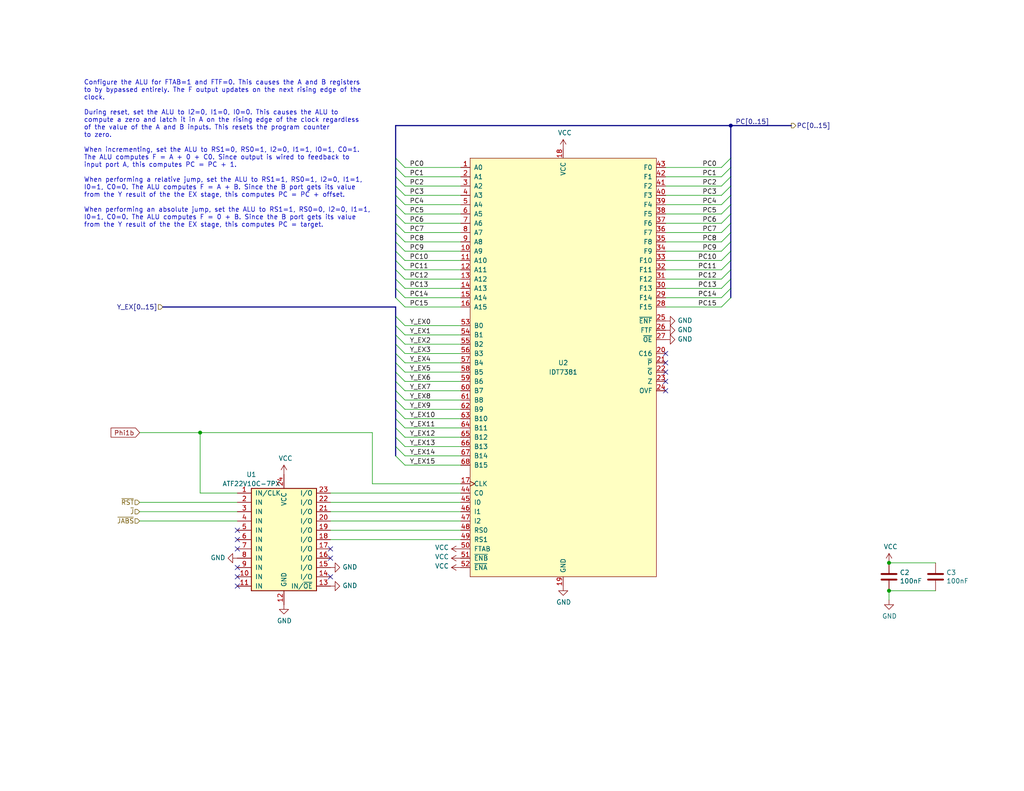
<source format=kicad_sch>
(kicad_sch (version 20230121) (generator eeschema)
  (paper "USLetter")
  (title_block (title "Program Counter") (date "2021-03-31") (rev "A (d86d9981)") (comment 3 "sixteen-bit offset, or else reset to zero.") (comment 4 "Sixteen-bit program counter will either increment on the clock, add a specified"))
  (lib_symbols
    (symbol "Device:C" (pin_numbers hide) (pin_names (offset 0.254))
      (property "Reference" "C" (at 0.635 2.54 0))
      (property "Value" "C" (at 0.635 -2.54 0))
      (symbol "C_0_1"
        (polyline (pts (xy -2.032 -0.762) (xy 2.032 -0.762)) (stroke (width 0.508)))
        (polyline (pts (xy -2.032 0.762) (xy 2.032 0.762)) (stroke (width 0.508)))
      )
      (symbol "C_1_1"
        (pin passive line (at 0 3.81 270) (length 2.794) (name "~") (number "1"))
        (pin passive line (at 0 -3.81 90) (length 2.794) (name "~") (number "2"))
      )
    )
    (symbol "ProgramCounterPrototype-rescue:ATF22V10C-Logic_Programmable" (pin_names (offset 1.016))
      (property "Reference" "U" (at -7.62 17.78 0))
      (property "Value" "ATF22V10C-Logic_Programmable" (at -7.62 15.24 0))
      (symbol "ATF22V10C-Logic_Programmable_1_1"
        (rectangle (start -8.89 -15.24) (end 8.89 12.7) (stroke (width 0.254)) (fill (type background)))
        (pin input line (at -12.7 11.43 0) (length 3.81) (name "IN/CLK") (number "1"))
        (pin input line (at -12.7 -11.43 0) (length 3.81) (name "IN") (number "10"))
        (pin input line (at -12.7 -13.97 0) (length 3.81) (name "IN") (number "11"))
        (pin power_in line (at 0 -19.05 90) (length 3.81) (name "GND") (number "12"))
        (pin input line (at 12.7 -13.97 180) (length 3.81) (name "IN/~{OE}") (number "13"))
        (pin passive line (at 12.7 -11.43 180) (length 3.81) (name "I/O") (number "14"))
        (pin passive line (at 12.7 -8.89 180) (length 3.81) (name "I/O") (number "15"))
        (pin passive line (at 12.7 -6.35 180) (length 3.81) (name "I/O") (number "16"))
        (pin passive line (at 12.7 -3.81 180) (length 3.81) (name "I/O") (number "17"))
        (pin passive line (at 12.7 -1.27 180) (length 3.81) (name "I/O") (number "18"))
        (pin passive line (at 12.7 1.27 180) (length 3.81) (name "I/O") (number "19"))
        (pin input line (at -12.7 8.89 0) (length 3.81) (name "IN") (number "2"))
        (pin passive line (at 12.7 3.81 180) (length 3.81) (name "I/O") (number "20"))
        (pin passive line (at 12.7 6.35 180) (length 3.81) (name "I/O") (number "21"))
        (pin passive line (at 12.7 8.89 180) (length 3.81) (name "I/O") (number "22"))
        (pin passive line (at 12.7 11.43 180) (length 3.81) (name "I/O") (number "23"))
        (pin power_in line (at 0 16.51 270) (length 3.81) (name "VCC") (number "24"))
        (pin input line (at -12.7 6.35 0) (length 3.81) (name "IN") (number "3"))
        (pin input line (at -12.7 3.81 0) (length 3.81) (name "IN") (number "4"))
        (pin input line (at -12.7 1.27 0) (length 3.81) (name "IN") (number "5"))
        (pin input line (at -12.7 -1.27 0) (length 3.81) (name "IN") (number "6"))
        (pin input line (at -12.7 -3.81 0) (length 3.81) (name "IN") (number "7"))
        (pin input line (at -12.7 -6.35 0) (length 3.81) (name "IN") (number "8"))
        (pin input line (at -12.7 -8.89 0) (length 3.81) (name "IN") (number "9"))
      )
    )
    (symbol "ProgramCounterPrototype-rescue:IDT7381-CPU" (pin_names (offset 1.016))
      (property "Reference" "U" (at 1.27 2.54 0))
      (property "Value" "IDT7381-CPU" (at 1.27 0 0))
      (symbol "IDT7381-CPU_0_1"
        (rectangle (start -25.4 57.15) (end 25.4 -57.15) (fill (type background)))
      )
      (symbol "IDT7381-CPU_1_1"
        (pin input line (at -27.94 54.61 0) (length 2.54) (name "A0") (number "1"))
        (pin input line (at -27.94 31.75 0) (length 2.54) (name "A9") (number "10"))
        (pin input line (at -27.94 29.21 0) (length 2.54) (name "A10") (number "11"))
        (pin input line (at -27.94 26.67 0) (length 2.54) (name "A11") (number "12"))
        (pin input line (at -27.94 24.13 0) (length 2.54) (name "A12") (number "13"))
        (pin input line (at -27.94 21.59 0) (length 2.54) (name "A13") (number "14"))
        (pin input line (at -27.94 19.05 0) (length 2.54) (name "A14") (number "15"))
        (pin input line (at -27.94 16.51 0) (length 2.54) (name "A15") (number "16"))
        (pin input clock (at -27.94 -31.75 0) (length 2.54) (name "CLK") (number "17"))
        (pin power_in line (at 0 59.69 270) (length 2.54) (name "VCC") (number "18"))
        (pin power_in line (at 0 -59.69 90) (length 2.54) (name "GND") (number "19"))
        (pin input line (at -27.94 52.07 0) (length 2.54) (name "A1") (number "2"))
        (pin output line (at 27.94 3.81 180) (length 2.54) (name "C16") (number "20"))
        (pin output line (at 27.94 1.27 180) (length 2.54) (name "~{P}") (number "21"))
        (pin output line (at 27.94 -1.27 180) (length 2.54) (name "~{G}") (number "22"))
        (pin output line (at 27.94 -3.81 180) (length 2.54) (name "Z") (number "23"))
        (pin output line (at 27.94 -6.35 180) (length 2.54) (name "OVF") (number "24"))
        (pin input line (at 27.94 12.7 180) (length 2.54) (name "~{ENF}") (number "25"))
        (pin input line (at 27.94 10.16 180) (length 2.54) (name "FTF") (number "26"))
        (pin input line (at 27.94 7.62 180) (length 2.54) (name "~{OE}") (number "27"))
        (pin tri_state line (at 27.94 16.51 180) (length 2.54) (name "F15") (number "28"))
        (pin tri_state line (at 27.94 19.05 180) (length 2.54) (name "F14") (number "29"))
        (pin input line (at -27.94 49.53 0) (length 2.54) (name "A2") (number "3"))
        (pin tri_state line (at 27.94 21.59 180) (length 2.54) (name "F13") (number "30"))
        (pin tri_state line (at 27.94 24.13 180) (length 2.54) (name "F12") (number "31"))
        (pin tri_state line (at 27.94 26.67 180) (length 2.54) (name "F11") (number "32"))
        (pin tri_state line (at 27.94 29.21 180) (length 2.54) (name "F10") (number "33"))
        (pin tri_state line (at 27.94 31.75 180) (length 2.54) (name "F9") (number "34"))
        (pin tri_state line (at 27.94 34.29 180) (length 2.54) (name "F8") (number "35"))
        (pin tri_state line (at 27.94 36.83 180) (length 2.54) (name "F7") (number "36"))
        (pin tri_state line (at 27.94 39.37 180) (length 2.54) (name "F6") (number "37"))
        (pin tri_state line (at 27.94 41.91 180) (length 2.54) (name "F5") (number "38"))
        (pin tri_state line (at 27.94 44.45 180) (length 2.54) (name "F4") (number "39"))
        (pin input line (at -27.94 46.99 0) (length 2.54) (name "A3") (number "4"))
        (pin tri_state line (at 27.94 46.99 180) (length 2.54) (name "F3") (number "40"))
        (pin tri_state line (at 27.94 49.53 180) (length 2.54) (name "F2") (number "41"))
        (pin tri_state line (at 27.94 52.07 180) (length 2.54) (name "F1") (number "42"))
        (pin tri_state line (at 27.94 54.61 180) (length 2.54) (name "F0") (number "43"))
        (pin input line (at -27.94 -34.29 0) (length 2.54) (name "C0") (number "44"))
        (pin input line (at -27.94 -36.83 0) (length 2.54) (name "I0") (number "45"))
        (pin input line (at -27.94 -39.37 0) (length 2.54) (name "I1") (number "46"))
        (pin input line (at -27.94 -41.91 0) (length 2.54) (name "I2") (number "47"))
        (pin input line (at -27.94 -44.45 0) (length 2.54) (name "RS0") (number "48"))
        (pin input line (at -27.94 -46.99 0) (length 2.54) (name "RS1") (number "49"))
        (pin input line (at -27.94 44.45 0) (length 2.54) (name "A4") (number "5"))
        (pin input line (at -27.94 -49.53 0) (length 2.54) (name "FTAB") (number "50"))
        (pin input line (at -27.94 -52.07 0) (length 2.54) (name "~{ENB}") (number "51"))
        (pin input line (at -27.94 -54.61 0) (length 2.54) (name "~{ENA}") (number "52"))
        (pin input line (at -27.94 11.43 0) (length 2.54) (name "B0") (number "53"))
        (pin input line (at -27.94 8.89 0) (length 2.54) (name "B1") (number "54"))
        (pin input line (at -27.94 6.35 0) (length 2.54) (name "B2") (number "55"))
        (pin input line (at -27.94 3.81 0) (length 2.54) (name "B3") (number "56"))
        (pin input line (at -27.94 1.27 0) (length 2.54) (name "B4") (number "57"))
        (pin input line (at -27.94 -1.27 0) (length 2.54) (name "B5") (number "58"))
        (pin input line (at -27.94 -3.81 0) (length 2.54) (name "B6") (number "59"))
        (pin input line (at -27.94 41.91 0) (length 2.54) (name "A5") (number "6"))
        (pin input line (at -27.94 -6.35 0) (length 2.54) (name "B7") (number "60"))
        (pin input line (at -27.94 -8.89 0) (length 2.54) (name "B8") (number "61"))
        (pin input line (at -27.94 -11.43 0) (length 2.54) (name "B9") (number "62"))
        (pin input line (at -27.94 -13.97 0) (length 2.54) (name "B10") (number "63"))
        (pin input line (at -27.94 -16.51 0) (length 2.54) (name "B11") (number "64"))
        (pin input line (at -27.94 -19.05 0) (length 2.54) (name "B12") (number "65"))
        (pin input line (at -27.94 -21.59 0) (length 2.54) (name "B13") (number "66"))
        (pin input line (at -27.94 -24.13 0) (length 2.54) (name "B14") (number "67"))
        (pin input line (at -27.94 -26.67 0) (length 2.54) (name "B15") (number "68"))
        (pin input line (at -27.94 39.37 0) (length 2.54) (name "A6") (number "7"))
        (pin input line (at -27.94 36.83 0) (length 2.54) (name "A7") (number "8"))
        (pin input line (at -27.94 34.29 0) (length 2.54) (name "A8") (number "9"))
      )
    )
    (symbol "power:GND" (power) (pin_names (offset 0))
      (property "Value" "GND" (at 0 -3.81 0))
      (symbol "GND_0_1"
        (polyline (pts (xy 0 0) (xy 0 -1.27) (xy 1.27 -1.27) (xy 0 -2.54) (xy -1.27 -1.27) (xy 0 -1.27)))
      )
      (symbol "GND_1_1"
        (pin power_in line (at 0 0 270) (length 0) hide (name "GND") (number "1"))
      )
    )
    (symbol "power:VCC" (power) (pin_names (offset 0))
      (property "Value" "VCC" (at 0 3.81 0))
      (symbol "VCC_0_1"
        (polyline (pts (xy -0.762 1.27) (xy 0 2.54)))
        (polyline (pts (xy 0 0) (xy 0 2.54)))
        (polyline (pts (xy 0 2.54) (xy 0.762 1.27)))
      )
      (symbol "VCC_1_1"
        (pin power_in line (at 0 0 90) (length 0) hide (name "VCC") (number "1"))
      )
    )
  )
  (junction (at 242.57 153.67))
  (junction (at 54.61 118.11))
  (junction (at 199.39 34.29))
  (junction (at 242.57 161.29))
  (no_connect (at 90.17 152.4))
  (no_connect (at 64.77 149.86))
  (no_connect (at 181.61 99.06))
  (no_connect (at 64.77 157.48))
  (no_connect (at 64.77 147.32))
  (no_connect (at 64.77 154.94))
  (no_connect (at 181.61 106.68))
  (no_connect (at 64.77 144.78))
  (no_connect (at 64.77 160.02))
  (no_connect (at 181.61 104.14))
  (no_connect (at 181.61 101.6))
  (no_connect (at 90.17 157.48))
  (no_connect (at 181.61 96.52))
  (no_connect (at 90.17 149.86))
  (bus_entry (at 196.85 81.28) (size 2.54 -2.54))
  (bus_entry (at 196.85 45.72) (size 2.54 -2.54))
  (bus_entry (at 110.49 45.72) (size -2.54 -2.54))
  (bus_entry (at 196.85 50.8) (size 2.54 -2.54))
  (bus_entry (at 110.49 104.14) (size -2.54 -2.54))
  (bus_entry (at 110.49 71.12) (size -2.54 -2.54))
  (bus_entry (at 196.85 60.96) (size 2.54 -2.54))
  (bus_entry (at 110.49 83.82) (size -2.54 -2.54))
  (bus_entry (at 110.49 119.38) (size -2.54 -2.54))
  (bus_entry (at 110.49 76.2) (size -2.54 -2.54))
  (bus_entry (at 110.49 121.92) (size -2.54 -2.54))
  (bus_entry (at 110.49 53.34) (size -2.54 -2.54))
  (bus_entry (at 110.49 48.26) (size -2.54 -2.54))
  (bus_entry (at 110.49 81.28) (size -2.54 -2.54))
  (bus_entry (at 110.49 101.6) (size -2.54 -2.54))
  (bus_entry (at 196.85 73.66) (size 2.54 -2.54))
  (bus_entry (at 110.49 78.74) (size -2.54 -2.54))
  (bus_entry (at 110.49 127) (size -2.54 -2.54))
  (bus_entry (at 110.49 111.76) (size -2.54 -2.54))
  (bus_entry (at 110.49 124.46) (size -2.54 -2.54))
  (bus_entry (at 110.49 91.44) (size -2.54 -2.54))
  (bus_entry (at 196.85 55.88) (size 2.54 -2.54))
  (bus_entry (at 110.49 63.5) (size -2.54 -2.54))
  (bus_entry (at 196.85 76.2) (size 2.54 -2.54))
  (bus_entry (at 110.49 93.98) (size -2.54 -2.54))
  (bus_entry (at 110.49 58.42) (size -2.54 -2.54))
  (bus_entry (at 196.85 78.74) (size 2.54 -2.54))
  (bus_entry (at 196.85 83.82) (size 2.54 -2.54))
  (bus_entry (at 110.49 73.66) (size -2.54 -2.54))
  (bus_entry (at 196.85 71.12) (size 2.54 -2.54))
  (bus_entry (at 196.85 63.5) (size 2.54 -2.54))
  (bus_entry (at 196.85 66.04) (size 2.54 -2.54))
  (bus_entry (at 110.49 60.96) (size -2.54 -2.54))
  (bus_entry (at 110.49 55.88) (size -2.54 -2.54))
  (bus_entry (at 110.49 106.68) (size -2.54 -2.54))
  (bus_entry (at 110.49 109.22) (size -2.54 -2.54))
  (bus_entry (at 110.49 68.58) (size -2.54 -2.54))
  (bus_entry (at 110.49 116.84) (size -2.54 -2.54))
  (bus_entry (at 196.85 48.26) (size 2.54 -2.54))
  (bus_entry (at 110.49 88.9) (size -2.54 -2.54))
  (bus_entry (at 196.85 58.42) (size 2.54 -2.54))
  (bus_entry (at 196.85 53.34) (size 2.54 -2.54))
  (bus_entry (at 110.49 99.06) (size -2.54 -2.54))
  (bus_entry (at 110.49 50.8) (size -2.54 -2.54))
  (bus_entry (at 110.49 96.52) (size -2.54 -2.54))
  (bus_entry (at 110.49 66.04) (size -2.54 -2.54))
  (bus_entry (at 110.49 114.3) (size -2.54 -2.54))
  (bus_entry (at 196.85 68.58) (size 2.54 -2.54))
  (wire (pts (xy 110.49 81.28) (xy 125.73 81.28)))
  (bus (pts (xy 107.95 63.5) (xy 107.95 66.04)))
  (bus (pts (xy 199.39 71.12) (xy 199.39 73.66)))
  (wire (pts (xy 110.49 104.14) (xy 125.73 104.14)))
  (wire (pts (xy 242.57 163.83) (xy 242.57 161.29)))
  (bus (pts (xy 107.95 83.82) (xy 44.45 83.82)))
  (bus (pts (xy 107.95 71.12) (xy 107.95 73.66)))
  (bus (pts (xy 107.95 66.04) (xy 107.95 68.58)))
  (bus (pts (xy 107.95 88.9) (xy 107.95 91.44)))
  (bus (pts (xy 107.95 93.98) (xy 107.95 96.52)))
  (wire (pts (xy 110.49 93.98) (xy 125.73 93.98)))
  (bus (pts (xy 199.39 68.58) (xy 199.39 71.12)))
  (wire (pts (xy 110.49 91.44) (xy 125.73 91.44)))
  (wire (pts (xy 110.49 101.6) (xy 125.73 101.6)))
  (bus (pts (xy 107.95 101.6) (xy 107.95 104.14)))
  (wire (pts (xy 110.49 66.04) (xy 125.73 66.04)))
  (bus (pts (xy 199.39 34.29) (xy 199.39 43.18)))
  (wire (pts (xy 110.49 76.2) (xy 125.73 76.2)))
  (wire (pts (xy 196.85 50.8) (xy 181.61 50.8)))
  (wire (pts (xy 110.49 106.68) (xy 125.73 106.68)))
  (wire (pts (xy 196.85 58.42) (xy 181.61 58.42)))
  (bus (pts (xy 107.95 76.2) (xy 107.95 78.74)))
  (wire (pts (xy 242.57 153.67) (xy 255.27 153.67)))
  (wire (pts (xy 110.49 111.76) (xy 125.73 111.76)))
  (wire (pts (xy 196.85 53.34) (xy 181.61 53.34)))
  (wire (pts (xy 196.85 76.2) (xy 181.61 76.2)))
  (wire (pts (xy 110.49 119.38) (xy 125.73 119.38)))
  (wire (pts (xy 110.49 109.22) (xy 125.73 109.22)))
  (bus (pts (xy 107.95 73.66) (xy 107.95 76.2)))
  (bus (pts (xy 107.95 78.74) (xy 107.95 81.28)))
  (bus (pts (xy 107.95 96.52) (xy 107.95 99.06)))
  (bus (pts (xy 107.95 119.38) (xy 107.95 121.92)))
  (bus (pts (xy 199.39 78.74) (xy 199.39 81.28)))
  (wire (pts (xy 110.49 63.5) (xy 125.73 63.5)))
  (wire (pts (xy 196.85 78.74) (xy 181.61 78.74)))
  (bus (pts (xy 107.95 114.3) (xy 107.95 116.84)))
  (wire (pts (xy 110.49 73.66) (xy 125.73 73.66)))
  (wire (pts (xy 196.85 71.12) (xy 181.61 71.12)))
  (bus (pts (xy 199.39 48.26) (xy 199.39 50.8)))
  (bus (pts (xy 199.39 60.96) (xy 199.39 63.5)))
  (wire (pts (xy 54.61 134.62) (xy 54.61 118.11)))
  (wire (pts (xy 38.1 137.16) (xy 64.77 137.16)))
  (wire (pts (xy 110.49 96.52) (xy 125.73 96.52)))
  (wire (pts (xy 110.49 121.92) (xy 125.73 121.92)))
  (bus (pts (xy 199.39 55.88) (xy 199.39 58.42)))
  (bus (pts (xy 107.95 45.72) (xy 107.95 48.26)))
  (wire (pts (xy 110.49 58.42) (xy 125.73 58.42)))
  (wire (pts (xy 196.85 66.04) (xy 181.61 66.04)))
  (wire (pts (xy 110.49 60.96) (xy 125.73 60.96)))
  (wire (pts (xy 90.17 137.16) (xy 125.73 137.16)))
  (wire (pts (xy 125.73 134.62) (xy 90.17 134.62)))
  (bus (pts (xy 199.39 58.42) (xy 199.39 60.96)))
  (bus (pts (xy 107.95 104.14) (xy 107.95 106.68)))
  (bus (pts (xy 107.95 116.84) (xy 107.95 119.38)))
  (wire (pts (xy 110.49 45.72) (xy 125.73 45.72)))
  (bus (pts (xy 107.95 60.96) (xy 107.95 63.5)))
  (wire (pts (xy 196.85 81.28) (xy 181.61 81.28)))
  (bus (pts (xy 107.95 43.18) (xy 107.95 45.72)))
  (bus (pts (xy 107.95 34.29) (xy 199.39 34.29)))
  (wire (pts (xy 110.49 116.84) (xy 125.73 116.84)))
  (bus (pts (xy 199.39 50.8) (xy 199.39 53.34)))
  (wire (pts (xy 110.49 83.82) (xy 125.73 83.82)))
  (wire (pts (xy 125.73 139.7) (xy 90.17 139.7)))
  (wire (pts (xy 125.73 144.78) (xy 90.17 144.78)))
  (bus (pts (xy 199.39 76.2) (xy 199.39 78.74)))
  (wire (pts (xy 101.6 132.08) (xy 101.6 118.11)))
  (wire (pts (xy 196.85 48.26) (xy 181.61 48.26)))
  (wire (pts (xy 54.61 118.11) (xy 38.1 118.11)))
  (wire (pts (xy 101.6 118.11) (xy 54.61 118.11)))
  (bus (pts (xy 199.39 73.66) (xy 199.39 76.2)))
  (wire (pts (xy 90.17 142.24) (xy 125.73 142.24)))
  (bus (pts (xy 107.95 68.58) (xy 107.95 71.12)))
  (bus (pts (xy 199.39 43.18) (xy 199.39 45.72)))
  (wire (pts (xy 110.49 114.3) (xy 125.73 114.3)))
  (wire (pts (xy 110.49 50.8) (xy 125.73 50.8)))
  (bus (pts (xy 107.95 55.88) (xy 107.95 58.42)))
  (bus (pts (xy 107.95 83.82) (xy 107.95 86.36)))
  (wire (pts (xy 64.77 139.7) (xy 38.1 139.7)))
  (wire (pts (xy 196.85 83.82) (xy 181.61 83.82)))
  (bus (pts (xy 107.95 34.29) (xy 107.95 43.18)))
  (wire (pts (xy 255.27 161.29) (xy 242.57 161.29)))
  (bus (pts (xy 199.39 63.5) (xy 199.39 66.04)))
  (wire (pts (xy 110.49 124.46) (xy 125.73 124.46)))
  (bus (pts (xy 199.39 45.72) (xy 199.39 48.26)))
  (wire (pts (xy 64.77 142.24) (xy 38.1 142.24)))
  (bus (pts (xy 107.95 109.22) (xy 107.95 111.76)))
  (wire (pts (xy 64.77 134.62) (xy 54.61 134.62)))
  (bus (pts (xy 199.39 53.34) (xy 199.39 55.88)))
  (bus (pts (xy 215.9 34.29) (xy 199.39 34.29)))
  (wire (pts (xy 110.49 53.34) (xy 125.73 53.34)))
  (wire (pts (xy 110.49 88.9) (xy 125.73 88.9)))
  (bus (pts (xy 107.95 111.76) (xy 107.95 114.3)))
  (bus (pts (xy 107.95 50.8) (xy 107.95 53.34)))
  (bus (pts (xy 107.95 48.26) (xy 107.95 50.8)))
  (wire (pts (xy 125.73 147.32) (xy 90.17 147.32)))
  (wire (pts (xy 196.85 73.66) (xy 181.61 73.66)))
  (wire (pts (xy 110.49 78.74) (xy 125.73 78.74)))
  (wire (pts (xy 196.85 45.72) (xy 181.61 45.72)))
  (wire (pts (xy 110.49 71.12) (xy 125.73 71.12)))
  (bus (pts (xy 107.95 121.92) (xy 107.95 124.46)))
  (wire (pts (xy 110.49 48.26) (xy 125.73 48.26)))
  (wire (pts (xy 196.85 68.58) (xy 181.61 68.58)))
  (bus (pts (xy 107.95 53.34) (xy 107.95 55.88)))
  (wire (pts (xy 196.85 60.96) (xy 181.61 60.96)))
  (wire (pts (xy 110.49 68.58) (xy 125.73 68.58)))
  (bus (pts (xy 107.95 58.42) (xy 107.95 60.96)))
  (wire (pts (xy 110.49 127) (xy 125.73 127)))
  (wire (pts (xy 110.49 99.06) (xy 125.73 99.06)))
  (wire (pts (xy 125.73 132.08) (xy 101.6 132.08)))
  (wire (pts (xy 110.49 55.88) (xy 125.73 55.88)))
  (bus (pts (xy 107.95 99.06) (xy 107.95 101.6)))
  (bus (pts (xy 107.95 86.36) (xy 107.95 88.9)))
  (wire (pts (xy 196.85 63.5) (xy 181.61 63.5)))
  (wire (pts (xy 196.85 55.88) (xy 181.61 55.88)))
  (bus (pts (xy 107.95 106.68) (xy 107.95 109.22)))
  (bus (pts (xy 199.39 66.04) (xy 199.39 68.58)))
  (bus (pts (xy 107.95 91.44) (xy 107.95 93.98)))
  (text "Configure the ALU for FTAB=1 and FTF=0. This causes the A and B registers\nto by bypassed entirely. The F output updates on the next rising edge of the\nclock.\n\nDuring reset, set the ALU to I2=0, I1=0, I0=0. This causes the ALU to\ncompute a zero and latch it in A on the rising edge of the clock regardless\nof the value of the A and B inputs. This resets the program counter\nto zero.\n\nWhen incrementing, set the ALU to RS1=0, RS0=1, I2=0, I1=1, I0=1, C0=1.\nThe ALU computes F = A + 0 + C0. Since output is wired to feedback to\ninput port A, this computes PC = PC + 1.\n\nWhen performing a relative jump, set the ALU to RS1=1, RS0=1, I2=0, I1=1,\nI0=1, C0=0. The ALU computes F = A + B. Since the B port gets its value\nfrom the Y result of the the EX stage, this computes PC = PC + offset.\n\nWhen performing an absolute jump, set the ALU to RS1=1, RS0=0, I2=0, I1=1,\nI0=1, C0=0. The ALU computes F = 0 + B. Since the B port gets its value\nfrom the Y result of the the EX stage, this computes PC = target." (at 22.86 62.23 0) (effects (font (size 1.27 1.27)) (justify left bottom)))
  (label "PC0" (at 111.76 45.72 0))
  (label "Y_EX12" (at 111.76 119.38 0))
  (label "PC4" (at 195.58 55.88 180))
  (label "PC1" (at 111.76 48.26 0))
  (label "PC10" (at 195.58 71.12 180))
  (label "PC9" (at 111.76 68.58 0))
  (label "Y_EX14" (at 111.76 124.46 0))
  (label "PC2" (at 111.76 50.8 0))
  (label "PC11" (at 111.76 73.66 0))
  (label "Y_EX3" (at 111.76 96.52 0))
  (label "PC[0..15]" (at 200.66 34.29 0))
  (label "PC6" (at 111.76 60.96 0))
  (label "PC7" (at 111.76 63.5 0))
  (label "PC6" (at 195.58 60.96 180))
  (label "Y_EX1" (at 111.76 91.44 0))
  (label "PC12" (at 111.76 76.2 0))
  (label "Y_EX0" (at 111.76 88.9 0))
  (label "Y_EX2" (at 111.76 93.98 0))
  (label "PC5" (at 111.76 58.42 0))
  (label "PC0" (at 195.58 45.72 180))
  (label "PC13" (at 111.76 78.74 0))
  (label "PC15" (at 195.58 83.82 180))
  (label "PC15" (at 111.76 83.82 0))
  (label "Y_EX15" (at 111.76 127 0))
  (label "Y_EX11" (at 111.76 116.84 0))
  (label "Y_EX7" (at 111.76 106.68 0))
  (label "Y_EX6" (at 111.76 104.14 0))
  (label "PC11" (at 195.58 73.66 180))
  (label "PC12" (at 195.58 76.2 180))
  (label "PC8" (at 111.76 66.04 0))
  (label "PC9" (at 195.58 68.58 180))
  (label "PC10" (at 111.76 71.12 0))
  (label "PC14" (at 195.58 81.28 180))
  (label "Y_EX10" (at 111.76 114.3 0))
  (label "PC14" (at 111.76 81.28 0))
  (label "Y_EX4" (at 111.76 99.06 0))
  (label "PC4" (at 111.76 55.88 0))
  (label "Y_EX8" (at 111.76 109.22 0))
  (label "Y_EX13" (at 111.76 121.92 0))
  (label "PC5" (at 195.58 58.42 180))
  (label "PC1" (at 195.58 48.26 180))
  (label "PC8" (at 195.58 66.04 180))
  (label "PC13" (at 195.58 78.74 180))
  (label "Y_EX9" (at 111.76 111.76 0))
  (label "PC7" (at 195.58 63.5 180))
  (label "PC3" (at 111.76 53.34 0))
  (label "PC2" (at 195.58 50.8 180))
  (label "Y_EX5" (at 111.76 101.6 0))
  (label "PC3" (at 195.58 53.34 180))
  (global_label "Phi1b" (shape input) (at 38.1 118.11 180) (property "Intersheetrefs" "${INTERSHEET_REFS}" (effects hide)))
  (hierarchical_label "PC[0..15]" (shape output) (at 215.9 34.29 0))
  (hierarchical_label "~{J}" (shape input) (at 38.1 139.7 180))
  (hierarchical_label "~{JABS}" (shape input) (at 38.1 142.24 180))
  (hierarchical_label "Y_EX[0..15]" (shape input) (at 44.45 83.82 180))
  (hierarchical_label "~{RST}" (shape input) (at 38.1 137.16 180))
  (symbol (lib_id "Device:C") (at 242.57 157.48 0) (unit 1)
    (property "Reference" "C?" (at 245.491 156.3116 0) (effects (justify left)))
    (property "Value" "100nF" (at 245.491 158.623 0) (effects (justify left)))
    (property "Footprint" "Capacitor_SMD:C_0603_1608Metric_Pad1.08x0.95mm_HandSolder" (effects hide))
    (property "Mouser" "https://www.mouser.com/ProductDetail/963-EMK107B7104KAHT" (effects hide))
    (instances (project "ProgramCounterPrototype" (path "" (reference "C2") (unit 1))))
  )
  (symbol (lib_id "Device:C") (at 255.27 157.48 0) (unit 1)
    (property "Reference" "C?" (at 258.191 156.3116 0) (effects (justify left)))
    (property "Value" "100nF" (at 258.191 158.623 0) (effects (justify left)))
    (property "Footprint" "Capacitor_SMD:C_0603_1608Metric_Pad1.08x0.95mm_HandSolder" (effects hide))
    (property "Mouser" "https://www.mouser.com/ProductDetail/963-EMK107B7104KAHT" (effects hide))
    (instances (project "ProgramCounterPrototype" (path "" (reference "C3") (unit 1))))
  )
  (symbol (lib_id "power:VCC") (at 242.57 153.67 0) (unit 1)
    (property "Reference" "#PWR?" (effects hide))
    (property "Value" "VCC" (at 243.0018 149.2758 0))
    (instances (project "ProgramCounterPrototype" (path "" (reference "#PWR0101") (unit 1))))
  )
  (symbol (lib_id "power:GND") (at 242.57 163.83 0) (unit 1)
    (property "Reference" "#PWR?" (effects hide))
    (property "Value" "GND" (at 242.697 168.2242 0))
    (instances (project "ProgramCounterPrototype" (path "" (reference "#PWR0102") (unit 1))))
  )
  (symbol (lib_id "ProgramCounterPrototype-rescue:IDT7381-CPU") (at 153.67 100.33 0) (unit 1)
    (property "Reference" "U?" (at 153.67 99.06 0))
    (property "Value" "IDT7381" (at 153.67 101.6 0))
    (property "Footprint" "Package_LCC:PLCC-68_24.2x24.2mm_P1.27mm" (effects hide))
    (property "Datasheet" "https://www.digchip.com/datasheets/download_datasheet.php?id=419696&part-number=IDT7381" (effects hide))
    (property "Mouser" "https://www.mouser.com/ProductDetail/3M-Electronic-Solutions-Division/8468-21B1-RK-TP?qs=WZRMhwwaLl%2FJN6Bcf7US3Q%3D%3D" (effects hide))
    (instances (project "ProgramCounterPrototype" (path "" (reference "U2") (unit 1))))
  )
  (symbol (lib_id "power:VCC") (at 153.67 40.64 0) (unit 1)
    (property "Reference" "#PWR?" (effects hide))
    (property "Value" "VCC" (at 154.1018 36.2458 0))
    (instances (project "ProgramCounterPrototype" (path "" (reference "#PWR0103") (unit 1))))
  )
  (symbol (lib_id "power:GND") (at 153.67 160.02 0) (unit 1)
    (property "Reference" "#PWR?" (effects hide))
    (property "Value" "GND" (at 153.797 164.4142 0))
    (instances (project "ProgramCounterPrototype" (path "" (reference "#PWR0104") (unit 1))))
  )
  (symbol (lib_id "power:GND") (at 181.61 92.71 90) (unit 1)
    (property "Reference" "#PWR?" (effects hide))
    (property "Value" "GND" (at 184.8612 92.583 90) (effects (justify right)))
    (instances (project "ProgramCounterPrototype" (path "" (reference "#PWR0105") (unit 1))))
  )
  (symbol (lib_id "ProgramCounterPrototype-rescue:ATF22V10C-Logic_Programmable") (at 77.47 146.05 0) (unit 1)
    (property "Reference" "U?" (at 68.58 129.54 0))
    (property "Value" "ATF22V10C-7PX" (at 68.58 132.08 0))
    (property "Footprint" "Package_DIP:DIP-24_W7.62mm_Socket" (effects hide))
    (property "Datasheet" "https://www.mouser.com/datasheet/2/268/doc0735-1369018.pdf" (effects hide))
    (property "Mouser" "https://www.mouser.com/ProductDetail/Microchip-Technology-Atmel/ATF22V10C-7PX?qs=%2Fha2pyFadugqFuTUlWvkuaZr7DXQ8Rnu3dOZcKuoHGuPC51te6MYUw%3D%3D" (effects hide))
    (property "Mouser2" "https://www.mouser.com/ProductDetail/575-4462401" (effects hide))
    (instances (project "ProgramCounterPrototype" (path "" (reference "U1") (unit 1))))
  )
  (symbol (lib_id "power:VCC") (at 77.47 129.54 0) (unit 1)
    (property "Reference" "#PWR?" (effects hide))
    (property "Value" "VCC" (at 77.9018 125.1458 0))
    (instances (project "ProgramCounterPrototype" (path "" (reference "#PWR0106") (unit 1))))
  )
  (symbol (lib_id "power:GND") (at 77.47 165.1 0) (unit 1)
    (property "Reference" "#PWR?" (effects hide))
    (property "Value" "GND" (at 77.597 169.4942 0))
    (instances (project "ProgramCounterPrototype" (path "" (reference "#PWR0107") (unit 1))))
  )
  (symbol (lib_id "power:GND") (at 90.17 160.02 90) (unit 1)
    (property "Reference" "#PWR?" (effects hide))
    (property "Value" "GND" (at 93.4212 159.893 90) (effects (justify right)))
    (instances (project "ProgramCounterPrototype" (path "" (reference "#PWR0108") (unit 1))))
  )
  (symbol (lib_id "power:GND") (at 64.77 152.4 270) (mirror x) (unit 1)
    (property "Reference" "#PWR?" (effects hide))
    (property "Value" "GND" (at 61.5188 152.273 90) (effects (justify right)))
    (instances (project "ProgramCounterPrototype" (path "" (reference "#PWR0114") (unit 1))))
  )
  (symbol (lib_id "power:GND") (at 90.17 154.94 90) (unit 1)
    (property "Reference" "#PWR?" (effects hide))
    (property "Value" "GND" (at 93.4212 154.813 90) (effects (justify right)))
    (instances (project "ProgramCounterPrototype" (path "" (reference "#PWR0115") (unit 1))))
  )
  (symbol (lib_id "power:VCC") (at 125.73 149.86 90) (unit 1)
    (property "Reference" "#PWR?" (effects hide))
    (property "Value" "VCC" (at 122.5042 149.479 90) (effects (justify left)))
  )
  (symbol (lib_id "power:VCC") (at 125.73 152.4 90) (unit 1)
    (property "Reference" "#PWR?" (effects hide))
    (property "Value" "VCC" (at 122.5042 152.019 90) (effects (justify left)))
  )
  (symbol (lib_id "power:VCC") (at 125.73 154.94 90) (unit 1)
    (property "Reference" "#PWR?" (effects hide))
    (property "Value" "VCC" (at 122.5042 154.559 90) (effects (justify left)))
  )
  (symbol (lib_id "power:GND") (at 181.61 90.17 90) (unit 1)
    (property "Reference" "#PWR?" (effects hide))
    (property "Value" "GND" (at 184.8612 90.043 90) (effects (justify right)))
  )
  (symbol (lib_id "power:GND") (at 181.61 87.63 90) (unit 1)
    (property "Reference" "#PWR?" (effects hide))
    (property "Value" "GND" (at 184.8612 87.503 90) (effects (justify right)))
  )
)
</source>
